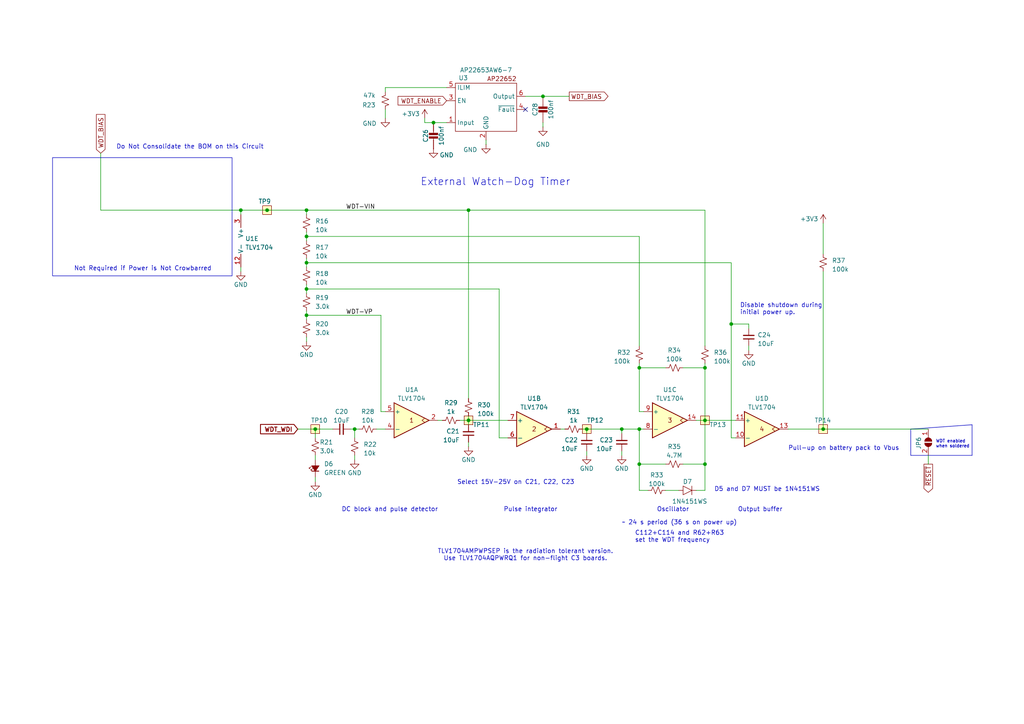
<source format=kicad_sch>
(kicad_sch (version 20250114) (generator "eeschema") (generator_version "9.0")
  (paper "A4")
  (lib_symbols
    (symbol "Adafruit ItsyBitsy RP2040-eagle-import:CAP_CERAMIC_0402NO"
      (property "Reference" "C" (at -2.29 1.25 90))
      (property "Value" "CAP_CERAMIC_0402NO" (at 2.3 1.25 90))
      (symbol "CAP_CERAMIC_0402NO_1_0"
        (rectangle (start -1.27 1.524) (end 1.27 2.032) (fill (type outline)))
        (rectangle (start -1.27 0.508) (end 1.27 1.016) (fill (type outline)))
        (polyline (pts (xy 0 2.54) (xy 0 1.778)) (stroke (width 0.1524)))
        (polyline (pts (xy 0 0.762) (xy 0 0)) (stroke (width 0.1524)))
        (pin passive line (at 0 5.08 270) (length 2.54) (name "1") (number "1"))
        (pin passive line (at 0 -2.54 90) (length 2.54) (name "2") (number "2"))
      )
    )
    (symbol "Device:C_Small" (pin_numbers (hide yes)) (pin_names (offset 0.254) (hide yes))
      (property "Reference" "C" (at 0.254 1.778 0))
      (property "Value" "C_Small" (at 0.254 -2.032 0))
      (symbol "C_Small_0_1"
        (polyline (pts (xy -1.524 0.508) (xy 1.524 0.508)) (stroke (width 0.3048)))
        (polyline (pts (xy -1.524 -0.508) (xy 1.524 -0.508)) (stroke (width 0.3302)))
      )
      (symbol "C_Small_1_1"
        (pin passive line (at 0 2.54 270) (length 2.032) (name "~") (number "1"))
        (pin passive line (at 0 -2.54 90) (length 2.032) (name "~") (number "2"))
      )
    )
    (symbol "Device:LED_Small_Filled" (pin_numbers (hide yes)) (pin_names (offset 0.254) (hide yes))
      (property "Reference" "D" (at -1.27 3.175 0))
      (property "Value" "LED_Small_Filled" (at -4.445 -2.54 0))
      (symbol "LED_Small_Filled_0_1"
        (polyline (pts (xy -0.762 -1.016) (xy -0.762 1.016)) (stroke (width 0.254)))
        (polyline (pts (xy 0 0.762) (xy -0.508 1.27) (xy -0.254 1.27) (xy -0.508 1.27) (xy -0.508 1.016)))
        (polyline (pts (xy 0.508 1.27) (xy 0 1.778) (xy 0.254 1.778) (xy 0 1.778) (xy 0 1.524)))
        (polyline (pts (xy 0.762 -1.016) (xy -0.762 0) (xy 0.762 1.016) (xy 0.762 -1.016)) (stroke (width 0.254)) (fill (type outline)))
        (polyline (pts (xy 1.016 0) (xy -0.762 0)))
      )
      (symbol "LED_Small_Filled_1_1"
        (pin passive line (at -2.54 0 0) (length 1.778) (name "K") (number "1"))
        (pin passive line (at 2.54 0 180) (length 1.778) (name "A") (number "2"))
      )
    )
    (symbol "Device:R_Small_US" (pin_numbers (hide yes)) (pin_names (offset 0.254) (hide yes))
      (property "Reference" "R" (at 0.762 0.508 0))
      (property "Value" "R_Small_US" (at 0.762 -1.016 0))
      (symbol "R_Small_US_1_1"
        (polyline (pts (xy 0 1.524) (xy 1.016 1.143) (xy 0 0.762) (xy -1.016 0.381) (xy 0 0)))
        (polyline (pts (xy 0 0) (xy 1.016 -0.381) (xy 0 -0.762) (xy -1.016 -1.143) (xy 0 -1.524)))
        (pin passive line (at 0 2.54 270) (length 1.016) (name "~") (number "1"))
        (pin passive line (at 0 -2.54 90) (length 1.016) (name "~") (number "2"))
      )
    )
    (symbol "GND_1" (power) (pin_numbers (hide yes)) (pin_names (offset 0) (hide yes))
      (property "Value" "GND" (at 0 -3.81 0))
      (symbol "GND_1_0_1"
        (polyline (pts (xy 0 0) (xy 0 -1.27) (xy 1.27 -1.27) (xy 0 -2.54) (xy -1.27 -1.27) (xy 0 -1.27)))
      )
      (symbol "GND_1_1_1"
        (pin power_in line (at 0 0 270) (length 0) (name "~") (number "1"))
      )
    )
    (symbol "Jumper:SolderJumper_2_Open" (pin_names (offset 0) (hide yes))
      (property "Reference" "JP" (at 0 2.032 0))
      (property "Value" "SolderJumper_2_Open" (at 0 -2.54 0))
      (symbol "SolderJumper_2_Open_0_1"
        (polyline (pts (xy -0.254 1.016) (xy -0.254 -1.016)))
        (arc (start -0.254 -1.016) (mid -1.2656 0) (end -0.254 1.016))
        (arc (start -0.254 -1.016) (mid -1.2656 0) (end -0.254 1.016) (fill (type outline)))
        (arc (start 0.254 1.016) (mid 1.2656 0) (end 0.254 -1.016))
        (arc (start 0.254 1.016) (mid 1.2656 0) (end 0.254 -1.016) (fill (type outline)))
        (polyline (pts (xy 0.254 1.016) (xy 0.254 -1.016)))
      )
      (symbol "SolderJumper_2_Open_1_1"
        (pin passive line (at -3.81 0 0) (length 2.54) (name "A") (number "1"))
        (pin passive line (at 3.81 0 180) (length 2.54) (name "B") (number "2"))
      )
    )
    (symbol "Power_Management:AP22652"
      (property "Reference" "U" (at -7.874 9.906 0))
      (symbol "AP22652_0_1"
        (rectangle (start -8.89 8.89) (end 8.89 -5.08))
      )
      (symbol "AP22652_1_1"
        (text "AP22652" (at 4.572 10.16 0) (effects (font (size 1.27 1.27))))
        (pin input line (at -11.43 7.62 0) (length 2.54) (name "ILIM") (number "5"))
        (pin input line (at -11.43 3.81 0) (length 2.54) (name "EN") (number "3"))
        (pin input line (at -11.43 -2.54 0) (length 2.54) (name "Input") (number "1"))
        (pin input line (at 0 -7.62 90) (length 2.54) (name "GND") (number "2"))
        (pin output line (at 11.43 5.08 180) (length 2.54) (name "Output") (number "6"))
        (pin output line (at 11.43 1.27 180) (length 2.54) (name "~{Fault}") (number "4"))
      )
    )
    (symbol "TLV1704AIPWR_1" (pin_names (offset 0.127))
      (property "Reference" "U" (at 0 5.08 0))
      (property "Value" "TLV1704AIPWR" (at 0 -5.08 0))
      (symbol "TLV1704AIPWR_1_1_1"
        (polyline (pts (xy -5.08 5.08) (xy 5.08 0) (xy -5.08 -5.08) (xy -5.08 5.08)) (stroke (width 0.254)) (fill (type background)))
        (polyline (pts (xy 3.048 0) (xy 3.81 -0.635)))
        (polyline (pts (xy 3.81 0.635) (xy 3.048 0)))
        (text "1" (at 0 0 0) (effects (font (size 1.27 1.27))))
        (pin input line (at -7.62 2.54 0) (length 2.54) (name "+") (number "5"))
        (pin input line (at -7.62 -2.54 0) (length 2.54) (name "-") (number "4"))
        (pin open_collector line (at 7.62 0 180) (length 2.54) (name "~") (number "2"))
      )
      (symbol "TLV1704AIPWR_1_2_1"
        (polyline (pts (xy -5.08 5.08) (xy 5.08 0) (xy -5.08 -5.08) (xy -5.08 5.08)) (stroke (width 0.254)) (fill (type background)))
        (polyline (pts (xy 3.048 0) (xy 3.81 -0.635)))
        (polyline (pts (xy 3.81 0.635) (xy 3.048 0)))
        (text "2" (at 0 0 0) (effects (font (size 1.27 1.27))))
        (pin input line (at -7.62 2.54 0) (length 2.54) (name "+") (number "7"))
        (pin input line (at -7.62 -2.54 0) (length 2.54) (name "-") (number "6"))
        (pin open_collector line (at 7.62 0 180) (length 2.54) (name "~") (number "1"))
      )
      (symbol "TLV1704AIPWR_1_3_1"
        (polyline (pts (xy -5.08 5.08) (xy 5.08 0) (xy -5.08 -5.08) (xy -5.08 5.08)) (stroke (width 0.254)) (fill (type background)))
        (polyline (pts (xy 3.048 0) (xy 3.81 -0.635)))
        (polyline (pts (xy 3.81 0.635) (xy 3.048 0)))
        (text "3" (at 0 0 0) (effects (font (size 1.27 1.27))))
        (pin input line (at -7.62 2.54 0) (length 2.54) (name "+") (number "9"))
        (pin input line (at -7.62 -2.54 0) (length 2.54) (name "-") (number "8"))
        (pin open_collector line (at 7.62 0 180) (length 2.54) (name "~") (number "14"))
      )
      (symbol "TLV1704AIPWR_1_4_1"
        (polyline (pts (xy -5.08 5.08) (xy 5.08 0) (xy -5.08 -5.08) (xy -5.08 5.08)) (stroke (width 0.254)) (fill (type background)))
        (polyline (pts (xy 3.048 0) (xy 3.81 -0.635)))
        (polyline (pts (xy 3.81 0.635) (xy 3.048 0)))
        (text "4" (at 0 0 0) (effects (font (size 1.27 1.27))))
        (pin input line (at -7.62 2.54 0) (length 2.54) (name "+") (number "11"))
        (pin input line (at -7.62 -2.54 0) (length 2.54) (name "-") (number "10"))
        (pin open_collector line (at 7.62 0 180) (length 2.54) (name "~") (number "13"))
      )
      (symbol "TLV1704AIPWR_1_5_1"
        (pin power_in line (at -2.54 7.62 270) (length 3.81) (name "V+") (number "3"))
        (pin power_in line (at -2.54 -7.62 90) (length 3.81) (name "V-") (number "12"))
      )
    )
    (symbol "TLV1704AIPWR_2" (pin_names (offset 0.127))
      (property "Reference" "U" (at 0 5.08 0))
      (property "Value" "TLV1704AIPWR" (at 0 -5.08 0))
      (symbol "TLV1704AIPWR_2_1_1"
        (polyline (pts (xy -5.08 5.08) (xy 5.08 0) (xy -5.08 -5.08) (xy -5.08 5.08)) (stroke (width 0.254)) (fill (type background)))
        (polyline (pts (xy 3.048 0) (xy 3.81 -0.635)))
        (polyline (pts (xy 3.81 0.635) (xy 3.048 0)))
        (text "1" (at 0 0 0) (effects (font (size 1.27 1.27))))
        (pin input line (at -7.62 2.54 0) (length 2.54) (name "+") (number "5"))
        (pin input line (at -7.62 -2.54 0) (length 2.54) (name "-") (number "4"))
        (pin open_collector line (at 7.62 0 180) (length 2.54) (name "~") (number "2"))
      )
      (symbol "TLV1704AIPWR_2_2_1"
        (polyline (pts (xy -5.08 5.08) (xy 5.08 0) (xy -5.08 -5.08) (xy -5.08 5.08)) (stroke (width 0.254)) (fill (type background)))
        (polyline (pts (xy 3.048 0) (xy 3.81 -0.635)))
        (polyline (pts (xy 3.81 0.635) (xy 3.048 0)))
        (text "2" (at 0 0 0) (effects (font (size 1.27 1.27))))
        (pin input line (at -7.62 2.54 0) (length 2.54) (name "+") (number "7"))
        (pin input line (at -7.62 -2.54 0) (length 2.54) (name "-") (number "6"))
        (pin open_collector line (at 7.62 0 180) (length 2.54) (name "~") (number "1"))
      )
      (symbol "TLV1704AIPWR_2_3_1"
        (polyline (pts (xy -5.08 5.08) (xy 5.08 0) (xy -5.08 -5.08) (xy -5.08 5.08)) (stroke (width 0.254)) (fill (type background)))
        (polyline (pts (xy 3.048 0) (xy 3.81 -0.635)))
        (polyline (pts (xy 3.81 0.635) (xy 3.048 0)))
        (text "3" (at 0 0 0) (effects (font (size 1.27 1.27))))
        (pin input line (at -7.62 2.54 0) (length 2.54) (name "+") (number "9"))
        (pin input line (at -7.62 -2.54 0) (length 2.54) (name "-") (number "8"))
        (pin open_collector line (at 7.62 0 180) (length 2.54) (name "~") (number "14"))
      )
      (symbol "TLV1704AIPWR_2_4_1"
        (polyline (pts (xy -5.08 5.08) (xy 5.08 0) (xy -5.08 -5.08) (xy -5.08 5.08)) (stroke (width 0.254)) (fill (type background)))
        (polyline (pts (xy 3.048 0) (xy 3.81 -0.635)))
        (polyline (pts (xy 3.81 0.635) (xy 3.048 0)))
        (text "4" (at 0 0 0) (effects (font (size 1.27 1.27))))
        (pin input line (at -7.62 2.54 0) (length 2.54) (name "+") (number "11"))
        (pin input line (at -7.62 -2.54 0) (length 2.54) (name "-") (number "10"))
        (pin open_collector line (at 7.62 0 180) (length 2.54) (name "~") (number "13"))
      )
      (symbol "TLV1704AIPWR_2_5_1"
        (pin power_in line (at -2.54 7.62 270) (length 3.81) (name "V+") (number "3"))
        (pin power_in line (at -2.54 -7.62 90) (length 3.81) (name "V-") (number "12"))
      )
    )
    (symbol "TLV1704AIPWR_3" (pin_names (offset 0.127))
      (property "Reference" "U" (at 0 5.08 0))
      (property "Value" "TLV1704AIPWR" (at 0 -5.08 0))
      (symbol "TLV1704AIPWR_3_1_1"
        (polyline (pts (xy -5.08 5.08) (xy 5.08 0) (xy -5.08 -5.08) (xy -5.08 5.08)) (stroke (width 0.254)) (fill (type background)))
        (polyline (pts (xy 3.048 0) (xy 3.81 -0.635)))
        (polyline (pts (xy 3.81 0.635) (xy 3.048 0)))
        (text "1" (at 0 0 0) (effects (font (size 1.27 1.27))))
        (pin input line (at -7.62 2.54 0) (length 2.54) (name "+") (number "5"))
        (pin input line (at -7.62 -2.54 0) (length 2.54) (name "-") (number "4"))
        (pin open_collector line (at 7.62 0 180) (length 2.54) (name "~") (number "2"))
      )
      (symbol "TLV1704AIPWR_3_2_1"
        (polyline (pts (xy -5.08 5.08) (xy 5.08 0) (xy -5.08 -5.08) (xy -5.08 5.08)) (stroke (width 0.254)) (fill (type background)))
        (polyline (pts (xy 3.048 0) (xy 3.81 -0.635)))
        (polyline (pts (xy 3.81 0.635) (xy 3.048 0)))
        (text "2" (at 0 0 0) (effects (font (size 1.27 1.27))))
        (pin input line (at -7.62 2.54 0) (length 2.54) (name "+") (number "7"))
        (pin input line (at -7.62 -2.54 0) (length 2.54) (name "-") (number "6"))
        (pin open_collector line (at 7.62 0 180) (length 2.54) (name "~") (number "1"))
      )
      (symbol "TLV1704AIPWR_3_3_1"
        (polyline (pts (xy -5.08 5.08) (xy 5.08 0) (xy -5.08 -5.08) (xy -5.08 5.08)) (stroke (width 0.254)) (fill (type background)))
        (polyline (pts (xy 3.048 0) (xy 3.81 -0.635)))
        (polyline (pts (xy 3.81 0.635) (xy 3.048 0)))
        (text "3" (at 0 0 0) (effects (font (size 1.27 1.27))))
        (pin input line (at -7.62 2.54 0) (length 2.54) (name "+") (number "9"))
        (pin input line (at -7.62 -2.54 0) (length 2.54) (name "-") (number "8"))
        (pin open_collector line (at 7.62 0 180) (length 2.54) (name "~") (number "14"))
      )
      (symbol "TLV1704AIPWR_3_4_1"
        (polyline (pts (xy -5.08 5.08) (xy 5.08 0) (xy -5.08 -5.08) (xy -5.08 5.08)) (stroke (width 0.254)) (fill (type background)))
        (polyline (pts (xy 3.048 0) (xy 3.81 -0.635)))
        (polyline (pts (xy 3.81 0.635) (xy 3.048 0)))
        (text "4" (at 0 0 0) (effects (font (size 1.27 1.27))))
        (pin input line (at -7.62 2.54 0) (length 2.54) (name "+") (number "11"))
        (pin input line (at -7.62 -2.54 0) (length 2.54) (name "-") (number "10"))
        (pin open_collector line (at 7.62 0 180) (length 2.54) (name "~") (number "13"))
      )
      (symbol "TLV1704AIPWR_3_5_1"
        (pin power_in line (at -2.54 7.62 270) (length 3.81) (name "V+") (number "3"))
        (pin power_in line (at -2.54 -7.62 90) (length 3.81) (name "V-") (number "12"))
      )
    )
    (symbol "TLV1704AIPWR_4" (pin_names (offset 0.127))
      (property "Reference" "U" (at 0 5.08 0))
      (property "Value" "TLV1704AIPWR" (at 0 -5.08 0))
      (symbol "TLV1704AIPWR_4_1_1"
        (polyline (pts (xy -5.08 5.08) (xy 5.08 0) (xy -5.08 -5.08) (xy -5.08 5.08)) (stroke (width 0.254)) (fill (type background)))
        (polyline (pts (xy 3.048 0) (xy 3.81 -0.635)))
        (polyline (pts (xy 3.81 0.635) (xy 3.048 0)))
        (text "1" (at 0 0 0) (effects (font (size 1.27 1.27))))
        (pin input line (at -7.62 2.54 0) (length 2.54) (name "+") (number "5"))
        (pin input line (at -7.62 -2.54 0) (length 2.54) (name "-") (number "4"))
        (pin open_collector line (at 7.62 0 180) (length 2.54) (name "~") (number "2"))
      )
      (symbol "TLV1704AIPWR_4_2_1"
        (polyline (pts (xy -5.08 5.08) (xy 5.08 0) (xy -5.08 -5.08) (xy -5.08 5.08)) (stroke (width 0.254)) (fill (type background)))
        (polyline (pts (xy 3.048 0) (xy 3.81 -0.635)))
        (polyline (pts (xy 3.81 0.635) (xy 3.048 0)))
        (text "2" (at 0 0 0) (effects (font (size 1.27 1.27))))
        (pin input line (at -7.62 2.54 0) (length 2.54) (name "+") (number "7"))
        (pin input line (at -7.62 -2.54 0) (length 2.54) (name "-") (number "6"))
        (pin open_collector line (at 7.62 0 180) (length 2.54) (name "~") (number "1"))
      )
      (symbol "TLV1704AIPWR_4_3_1"
        (polyline (pts (xy -5.08 5.08) (xy 5.08 0) (xy -5.08 -5.08) (xy -5.08 5.08)) (stroke (width 0.254)) (fill (type background)))
        (polyline (pts (xy 3.048 0) (xy 3.81 -0.635)))
        (polyline (pts (xy 3.81 0.635) (xy 3.048 0)))
        (text "3" (at 0 0 0) (effects (font (size 1.27 1.27))))
        (pin input line (at -7.62 2.54 0) (length 2.54) (name "+") (number "9"))
        (pin input line (at -7.62 -2.54 0) (length 2.54) (name "-") (number "8"))
        (pin open_collector line (at 7.62 0 180) (length 2.54) (name "~") (number "14"))
      )
      (symbol "TLV1704AIPWR_4_4_1"
        (polyline (pts (xy -5.08 5.08) (xy 5.08 0) (xy -5.08 -5.08) (xy -5.08 5.08)) (stroke (width 0.254)) (fill (type background)))
        (polyline (pts (xy 3.048 0) (xy 3.81 -0.635)))
        (polyline (pts (xy 3.81 0.635) (xy 3.048 0)))
        (text "4" (at 0 0 0) (effects (font (size 1.27 1.27))))
        (pin input line (at -7.62 2.54 0) (length 2.54) (name "+") (number "11"))
        (pin input line (at -7.62 -2.54 0) (length 2.54) (name "-") (number "10"))
        (pin open_collector line (at 7.62 0 180) (length 2.54) (name "~") (number "13"))
      )
      (symbol "TLV1704AIPWR_4_5_1"
        (pin power_in line (at -2.54 7.62 270) (length 3.81) (name "V+") (number "3"))
        (pin power_in line (at -2.54 -7.62 90) (length 3.81) (name "V-") (number "12"))
      )
    )
    (symbol "oresat-diodes:1N4151WS-HE3" (pin_numbers (hide yes)) (pin_names (offset 0) (hide yes))
      (property "Reference" "D" (at 0 2.54 0))
      (property "Value" "1N4151WS" (at 0 -2.54 0))
      (symbol "1N4151WS-HE3_0_1"
        (polyline (pts (xy 1.27 0) (xy 1.27 1.27) (xy 1.27 -1.27) (xy 1.27 0) (xy -1.27 1.27) (xy -1.27 -1.27) (xy 1.27 0)))
      )
      (symbol "1N4151WS-HE3_1_1"
        (pin passive line (at -2.54 0 0) (length 1.27) (name "2") (number "2"))
        (pin passive line (at 2.54 0 180) (length 1.27) (name "1") (number "1"))
      )
    )
    (symbol "oresat-ics:TLV1704AIPWR" (pin_names (offset 0.127))
      (property "Reference" "U" (at 0 5.08 0))
      (property "Value" "TLV1704AIPWR" (at 0 -5.08 0))
      (symbol "TLV1704AIPWR_1_1"
        (polyline (pts (xy -5.08 5.08) (xy 5.08 0) (xy -5.08 -5.08) (xy -5.08 5.08)) (stroke (width 0.254)) (fill (type background)))
        (polyline (pts (xy 3.048 0) (xy 3.81 -0.635)))
        (polyline (pts (xy 3.81 0.635) (xy 3.048 0)))
        (text "1" (at 0 0 0) (effects (font (size 1.27 1.27))))
        (pin input line (at -7.62 2.54 0) (length 2.54) (name "+") (number "5"))
        (pin input line (at -7.62 -2.54 0) (length 2.54) (name "-") (number "4"))
        (pin open_collector line (at 7.62 0 180) (length 2.54) (name "~") (number "2"))
      )
      (symbol "TLV1704AIPWR_2_1"
        (polyline (pts (xy -5.08 5.08) (xy 5.08 0) (xy -5.08 -5.08) (xy -5.08 5.08)) (stroke (width 0.254)) (fill (type background)))
        (polyline (pts (xy 3.048 0) (xy 3.81 -0.635)))
        (polyline (pts (xy 3.81 0.635) (xy 3.048 0)))
        (text "2" (at 0 0 0) (effects (font (size 1.27 1.27))))
        (pin input line (at -7.62 2.54 0) (length 2.54) (name "+") (number "7"))
        (pin input line (at -7.62 -2.54 0) (length 2.54) (name "-") (number "6"))
        (pin open_collector line (at 7.62 0 180) (length 2.54) (name "~") (number "1"))
      )
      (symbol "TLV1704AIPWR_3_1"
        (polyline (pts (xy -5.08 5.08) (xy 5.08 0) (xy -5.08 -5.08) (xy -5.08 5.08)) (stroke (width 0.254)) (fill (type background)))
        (polyline (pts (xy 3.048 0) (xy 3.81 -0.635)))
        (polyline (pts (xy 3.81 0.635) (xy 3.048 0)))
        (text "3" (at 0 0 0) (effects (font (size 1.27 1.27))))
        (pin input line (at -7.62 2.54 0) (length 2.54) (name "+") (number "9"))
        (pin input line (at -7.62 -2.54 0) (length 2.54) (name "-") (number "8"))
        (pin open_collector line (at 7.62 0 180) (length 2.54) (name "~") (number "14"))
      )
      (symbol "TLV1704AIPWR_4_1"
        (polyline (pts (xy -5.08 5.08) (xy 5.08 0) (xy -5.08 -5.08) (xy -5.08 5.08)) (stroke (width 0.254)) (fill (type background)))
        (polyline (pts (xy 3.048 0) (xy 3.81 -0.635)))
        (polyline (pts (xy 3.81 0.635) (xy 3.048 0)))
        (text "4" (at 0 0 0) (effects (font (size 1.27 1.27))))
        (pin input line (at -7.62 2.54 0) (length 2.54) (name "+") (number "11"))
        (pin input line (at -7.62 -2.54 0) (length 2.54) (name "-") (number "10"))
        (pin open_collector line (at 7.62 0 180) (length 2.54) (name "~") (number "13"))
      )
      (symbol "TLV1704AIPWR_5_1"
        (pin power_in line (at -2.54 7.62 270) (length 3.81) (name "V+") (number "3"))
        (pin power_in line (at -2.54 -7.62 90) (length 3.81) (name "V-") (number "12"))
      )
    )
    (symbol "oresat-misc:Test-Point-0.75mm-th" (exclude_from_sim yes) (in_bom no)
      (property "Reference" "TP" (at 0 2.54 0))
      (symbol "Test-Point-0.75mm-th_1_0"
        (pin passive line (at 0 0 0) (length 0) (name "1") (number "1"))
      )
      (symbol "Test-Point-0.75mm-th_1_1"
        (rectangle (start -1.27 1.27) (end 1.27 -1.27) (fill (type background)))
      )
    )
    (symbol "power:+3V3" (power) (pin_numbers (hide yes)) (pin_names (offset 0) (hide yes))
      (property "Value" "+3V3" (at 0 3.556 0))
      (symbol "+3V3_0_1"
        (polyline (pts (xy -0.762 1.27) (xy 0 2.54)))
        (polyline (pts (xy 0 2.54) (xy 0.762 1.27)))
        (polyline (pts (xy 0 0) (xy 0 2.54)))
      )
      (symbol "+3V3_1_1"
        (pin power_in line (at 0 0 90) (length 0) (name "~") (number "1"))
      )
    )
    (symbol "power:GND" (power) (pin_names (offset 0))
      (property "Value" "GND" (at 0 -3.81 0))
      (symbol "GND_0_1"
        (polyline (pts (xy 0 0) (xy 0 -1.27) (xy 1.27 -1.27) (xy 0 -2.54) (xy -1.27 -1.27) (xy 0 -1.27)))
      )
      (symbol "GND_1_1"
        (pin power_in line (at 0 0 270) (length 0) (hide yes) (name "GND") (number "1"))
      )
    )
  )
  (rectangle (start 15.24 45.72) (end 67.31 80.01))
  (text "Pull-up on battery pack to Vbus" (at 228.6 130.81 0) (effects (font (size 1.27 1.27)) (justify left bottom)))
  (text "Do Not Consolidate the BOM on this Circuit" (at 55.118 42.672 0) (effects (font (size 1.27 1.27))))
  (text "Pulse integrator" (at 146.05 148.59 0) (effects (font (size 1.27 1.27)) (justify left bottom)))
  (text "Disable shutdown during\ninitial power up." (at 214.63 91.44 0) (effects (font (size 1.27 1.27)) (justify left bottom)))
  (text "~ 24 s period (36 s on power up)" (at 180.34 152.4 0) (effects (font (size 1.27 1.27)) (justify left bottom)))
  (text "D5 and D7 MUST be 1N4151WS" (at 222.504 141.986 0) (effects (font (size 1.27 1.27))))
  (text "C112+C114 and R62+R63 \nset the WDT frequency" (at 184.15 157.48 0) (effects (font (size 1.27 1.27)) (justify left bottom)))
  (text "TLV1704AMPWPSEP is the radiation tolerant version.\nUse TLV1704AQPWRQ1 for non-flight C3 boards." (at 152.4 161.036 0) (effects (font (size 1.27 1.27))))
  (text "Select 15V-25V on C21, C22, C23" (at 149.606 139.954 0) (effects (font (size 1.27 1.27))))
  (text "DC block and pulse detector" (at 99.06 148.59 0) (effects (font (size 1.27 1.27)) (justify left bottom)))
  (text "Oscillator" (at 190.5 148.59 0) (effects (font (size 1.27 1.27)) (justify left bottom)))
  (text "Output buffer" (at 213.995 148.59 0) (effects (font (size 1.27 1.27)) (justify left bottom)))
  (text "WDT enabled\nwhen soldered" (at 271.399 130.048 0) (effects (font (size 0.889 0.889)) (justify left bottom)))
  (text "External Watch-Dog Timer" (at 121.92 54.102 0) (effects (font (size 2.159 2.159)) (justify left bottom)))
  (text "Not Required if Power is Not Crowbarred " (at 41.91 77.978 0) (effects (font (size 1.27 1.27))))
  (junction (at 88.9 60.96))
  (junction (at 185.42 134.62))
  (junction (at 102.87 124.46))
  (junction (at 204.47 121.92))
  (junction (at 185.42 124.46))
  (junction (at 88.9 91.44))
  (junction (at 185.42 106.68))
  (junction (at 125.73 35.56))
  (junction (at 77.47 60.96))
  (junction (at 88.9 76.2))
  (junction (at 88.9 68.58))
  (junction (at 135.89 60.96))
  (junction (at 204.47 106.68))
  (junction (at 135.89 121.92))
  (junction (at 204.47 134.62))
  (junction (at 88.9 83.82))
  (junction (at 91.44 124.46))
  (junction (at 157.48 27.94))
  (junction (at 69.85 60.96))
  (junction (at 238.76 124.46))
  (junction (at 212.09 93.98))
  (junction (at 170.18 124.46))
  (junction (at 180.34 124.46))
  (no_connect (at 152.4 31.75))
  (wire (pts (xy 180.34 125.73) (xy 180.34 124.46)))
  (wire (pts (xy 238.76 78.74) (xy 238.76 124.46)))
  (wire (pts (xy 185.42 105.41) (xy 185.42 106.68)))
  (wire (pts (xy 217.17 101.6) (xy 217.17 100.33)))
  (wire (pts (xy 238.76 64.77) (xy 238.76 73.66)))
  (wire (pts (xy 135.89 121.92) (xy 135.89 123.19)))
  (wire (pts (xy 198.12 106.68) (xy 204.47 106.68)))
  (wire (pts (xy 212.09 93.98) (xy 212.09 127)))
  (wire (pts (xy 157.48 27.94) (xy 165.1 27.94)))
  (wire (pts (xy 91.44 127) (xy 91.44 124.46)))
  (wire (pts (xy 185.42 124.46) (xy 186.69 124.46)))
  (wire (pts (xy 204.47 105.41) (xy 204.47 106.68)))
  (wire (pts (xy 144.78 127) (xy 147.32 127)))
  (wire (pts (xy 186.69 119.38) (xy 185.42 119.38)))
  (wire (pts (xy 140.97 40.64) (xy 140.97 41.91)))
  (wire (pts (xy 102.87 132.08) (xy 102.87 133.35)))
  (wire (pts (xy 88.9 97.79) (xy 88.9 99.06)))
  (wire (pts (xy 88.9 83.82) (xy 144.78 83.82)))
  (polyline (pts (xy 281.94 123.19) (xy 281.94 132.08)))
  (wire (pts (xy 88.9 90.17) (xy 88.9 91.44)))
  (wire (pts (xy 162.56 124.46) (xy 163.83 124.46)))
  (wire (pts (xy 133.35 121.92) (xy 135.89 121.92)))
  (wire (pts (xy 88.9 83.82) (xy 88.9 85.09)))
  (wire (pts (xy 204.47 100.33) (xy 204.47 60.96)))
  (polyline (pts (xy 264.16 124.46) (xy 281.94 123.19)))
  (wire (pts (xy 168.91 124.46) (xy 170.18 124.46)))
  (wire (pts (xy 238.76 124.46) (xy 269.24 124.46)))
  (wire (pts (xy 111.76 25.4) (xy 111.76 26.67)))
  (wire (pts (xy 135.89 60.96) (xy 204.47 60.96)))
  (wire (pts (xy 204.47 134.62) (xy 204.47 121.92)))
  (wire (pts (xy 170.18 124.46) (xy 170.18 125.73)))
  (wire (pts (xy 217.17 95.25) (xy 217.17 93.98)))
  (wire (pts (xy 269.24 132.08) (xy 269.24 134.62)))
  (wire (pts (xy 204.47 106.68) (xy 204.47 121.92)))
  (wire (pts (xy 185.42 142.24) (xy 187.96 142.24)))
  (wire (pts (xy 135.89 129.54) (xy 135.89 128.27)))
  (wire (pts (xy 91.44 132.08) (xy 91.44 133.35)))
  (wire (pts (xy 111.76 31.75) (xy 111.76 34.29)))
  (wire (pts (xy 110.49 91.44) (xy 110.49 119.38)))
  (wire (pts (xy 88.9 76.2) (xy 212.09 76.2)))
  (wire (pts (xy 135.89 60.96) (xy 88.9 60.96)))
  (wire (pts (xy 135.89 121.92) (xy 147.32 121.92)))
  (wire (pts (xy 193.04 134.62) (xy 185.42 134.62)))
  (wire (pts (xy 102.87 124.46) (xy 104.14 124.46)))
  (wire (pts (xy 88.9 91.44) (xy 88.9 92.71)))
  (wire (pts (xy 129.54 25.4) (xy 111.76 25.4)))
  (wire (pts (xy 86.36 124.46) (xy 91.44 124.46)))
  (wire (pts (xy 88.9 74.93) (xy 88.9 76.2)))
  (wire (pts (xy 185.42 119.38) (xy 185.42 106.68)))
  (wire (pts (xy 69.85 78.74) (xy 69.85 77.47)))
  (wire (pts (xy 204.47 142.24) (xy 204.47 134.62)))
  (wire (pts (xy 88.9 91.44) (xy 110.49 91.44)))
  (wire (pts (xy 185.42 134.62) (xy 185.42 124.46)))
  (wire (pts (xy 127 121.92) (xy 128.27 121.92)))
  (wire (pts (xy 123.19 35.56) (xy 125.73 35.56)))
  (wire (pts (xy 29.21 44.45) (xy 29.21 60.96)))
  (wire (pts (xy 88.9 68.58) (xy 185.42 68.58)))
  (wire (pts (xy 157.48 35.56) (xy 157.48 36.83)))
  (wire (pts (xy 170.18 124.46) (xy 180.34 124.46)))
  (wire (pts (xy 198.12 134.62) (xy 204.47 134.62)))
  (wire (pts (xy 110.49 119.38) (xy 111.76 119.38)))
  (wire (pts (xy 212.09 127) (xy 213.36 127)))
  (wire (pts (xy 88.9 67.31) (xy 88.9 68.58)))
  (wire (pts (xy 101.6 124.46) (xy 102.87 124.46)))
  (wire (pts (xy 185.42 142.24) (xy 185.42 134.62)))
  (wire (pts (xy 123.19 34.29) (xy 123.19 35.56)))
  (wire (pts (xy 204.47 121.92) (xy 213.36 121.92)))
  (wire (pts (xy 193.04 142.24) (xy 196.85 142.24)))
  (wire (pts (xy 69.85 60.96) (xy 77.47 60.96)))
  (wire (pts (xy 185.42 100.33) (xy 185.42 68.58)))
  (polyline (pts (xy 281.94 132.08) (xy 264.16 132.08)))
  (wire (pts (xy 212.09 93.98) (xy 217.17 93.98)))
  (polyline (pts (xy 264.16 132.08) (xy 264.16 124.46)))
  (wire (pts (xy 88.9 82.55) (xy 88.9 83.82)))
  (wire (pts (xy 77.47 60.96) (xy 88.9 60.96)))
  (wire (pts (xy 228.6 124.46) (xy 238.76 124.46)))
  (wire (pts (xy 180.34 124.46) (xy 185.42 124.46)))
  (wire (pts (xy 212.09 76.2) (xy 212.09 93.98)))
  (wire (pts (xy 88.9 76.2) (xy 88.9 77.47)))
  (wire (pts (xy 152.4 27.94) (xy 157.48 27.94)))
  (wire (pts (xy 69.85 62.23) (xy 69.85 60.96)))
  (wire (pts (xy 170.18 132.08) (xy 170.18 130.81)))
  (wire (pts (xy 88.9 62.23) (xy 88.9 60.96)))
  (wire (pts (xy 180.34 132.08) (xy 180.34 130.81)))
  (wire (pts (xy 135.89 121.92) (xy 135.89 120.65)))
  (wire (pts (xy 91.44 139.7) (xy 91.44 138.43)))
  (wire (pts (xy 135.89 60.96) (xy 135.89 115.57)))
  (wire (pts (xy 88.9 68.58) (xy 88.9 69.85)))
  (wire (pts (xy 185.42 106.68) (xy 193.04 106.68)))
  (wire (pts (xy 201.93 142.24) (xy 204.47 142.24)))
  (wire (pts (xy 102.87 124.46) (xy 102.87 127)))
  (wire (pts (xy 201.93 121.92) (xy 204.47 121.92)))
  (wire (pts (xy 91.44 124.46) (xy 96.52 124.46)))
  (wire (pts (xy 109.22 124.46) (xy 111.76 124.46)))
  (wire (pts (xy 144.78 83.82) (xy 144.78 127)))
  (wire (pts (xy 125.73 35.56) (xy 129.54 35.56)))
  (wire (pts (xy 29.21 60.96) (xy 69.85 60.96)))
  (label "WDT-VIN" (at 100.33 60.96 0))
  (label "WDT-VP" (at 100.33 91.44 0))
  (global_label "~{RESET}" (shape output) (at 269.24 134.62 270) (property "Intersheetrefs" "${INTERSHEET_REFS}" (effects (hide yes))))
  (global_label "WDT_BIAS" (shape input) (at 29.21 44.45 90) (property "Intersheetrefs" "${INTERSHEET_REFS}" (effects (hide yes))))
  (global_label "WDT_WDI" (shape input) (at 86.36 124.46 180) (effects (font (thickness 0.254) (bold yes))) (property "Intersheetrefs" "${INTERSHEET_REFS}" (effects (hide yes))))
  (global_label "WDT_ENABLE" (shape input) (at 129.54 29.21 180) (property "Intersheetrefs" "${INTERSHEET_REFS}" (effects (hide yes))))
  (global_label "WDT_BIAS" (shape output) (at 165.1 27.94 0) (property "Intersheetrefs" "${INTERSHEET_REFS}" (effects (hide yes))))
  (symbol (lib_id "oresat-ics:TLV1704AIPWR") (at 72.39 69.85 0) (unit 5)
    (property "Reference" "U1" (at 71.12 69.215 0) (effects (justify left)))
    (property "Value" "TLV1704" (at 71.12 71.755 0) (effects (justify left)))
    (property "Footprint" "Package_SO:TSSOP-14_4.4x5mm_P0.65mm" (effects (hide yes)))
    (property "Datasheet" "https://www.ti.com/lit/ds/symlink/tlv1704-sep.pdf" (effects (hide yes)))
    (property "Description" "Analog Comparators 2.2-V to 36-V, radiation tolerant microPower quad comparator in space enhanced plastic 14-TSSOP -55 to 125" (effects (hide yes)))
    (property "MFR" "Texas Instruments" (effects (hide yes)))
    (property "MPN" "TLV1704AQPWRQ1" (effects (hide yes)))
    (property "DST" "Digi-Key" (effects (hide yes)))
    (property "DPN" "296-43799-2-ND" (effects (hide yes)))
  )
  (symbol (lib_name "GND_1") (lib_id "power:GND") (at 125.73 43.18 0) (unit 1)
    (property "Reference" "#PWR063" (effects (hide yes)))
    (property "Value" "GND" (at 129.54 44.958 0))
    (property "Description" "Power symbol creates a global label with name \"GND\" , ground" (effects (hide yes)))
  )
  (symbol (lib_id "power:GND") (at 217.17 101.6 0) (mirror y) (unit 1)
    (property "Reference" "#PWR087" (effects (hide yes)))
    (property "Value" "GND" (at 217.17 105.41 0))
    (property "Description" "Power symbol creates a global label with name \"GND\" , ground" (effects (hide yes)))
  )
  (symbol (lib_id "Device:R_Small_US") (at 91.44 129.54 0) (unit 1)
    (property "Reference" "R21" (at 92.71 128.27 0) (effects (justify left)))
    (property "Value" "3.0k" (at 92.71 130.81 0) (effects (justify left)))
    (property "Footprint" "Resistor_SMD:R_0603_1608Metric" (effects (hide yes)))
    (property "Description" "3 kOhms ±1% 0.1W, 1/10W Chip Resistor 0603 (1608 Metric) Automotive AEC-Q200 Thick Film" (effects (hide yes)))
    (property "DPN" "RMCF0603FT3K00CT-ND" (effects (hide yes)))
    (property "DST" "Digi-Key" (effects (hide yes)))
    (property "MFR" "Stackpole Electronics Inc" (effects (hide yes)))
    (property "MPN" "RMCF0603FT3K00" (effects (hide yes)))
  )
  (symbol (lib_id "Device:R_Small_US") (at 135.89 118.11 0) (unit 1)
    (property "Reference" "R30" (at 138.43 117.475 0) (effects (justify left)))
    (property "Value" "100k" (at 138.43 120.015 0) (effects (justify left)))
    (property "Footprint" "Resistor_SMD:R_0603_1608Metric" (effects (hide yes)))
    (property "Description" "100 kOhms ±5% 0.1W, 1/10W Chip Resistor 0603 (1608 Metric) Automotive AEC-Q200 Thick Film" (effects (hide yes)))
    (property "DPN" "RMCF0603FT100KCT-ND" (effects (hide yes)))
    (property "DST" "Digi-Key" (effects (hide yes)))
    (property "MFR" "Stackpole Electronics Inc" (effects (hide yes)))
    (property "MPN" "RMCF0603FT100K" (effects (hide yes)))
  )
  (symbol (lib_id "oresat-misc:Test-Point-0.75mm-th") (at 91.44 124.46 0) (unit 1) (exclude_from_sim yes) (in_bom no)
    (property "Reference" "TP10" (at 90.17 121.92 0) (effects (justify left)))
    (property "Value" "TestPoint-MinTH" (effects (hide yes)))
    (property "Footprint" "oresat-misc:TestPoint-0.75mm-th" (effects (hide yes)))
    (property "Description" "0.75 mm TH test point; good for scope probes and jumpers" (effects (hide yes)))
  )
  (symbol (lib_id "power:GND") (at 180.34 132.08 0) (mirror y) (unit 1)
    (property "Reference" "#PWR084" (effects (hide yes)))
    (property "Value" "GND" (at 180.34 135.89 0))
    (property "Description" "Power symbol creates a global label with name \"GND\" , ground" (effects (hide yes)))
  )
  (symbol (lib_id "Adafruit ItsyBitsy RP2040-eagle-import:CAP_CERAMIC_0402NO") (at 125.73 40.64 0) (unit 1)
    (property "Reference" "C26" (at 123.44 39.39 90))
    (property "Value" "100nf" (at 128.03 39.39 90))
    (property "Footprint" "Capacitor_SMD:C_0402_1005Metric" (effects (hide yes)))
  )
  (symbol (lib_id "Adafruit ItsyBitsy RP2040-eagle-import:CAP_CERAMIC_0402NO") (at 157.48 33.02 0) (unit 1)
    (property "Reference" "C28" (at 155.19 31.77 90))
    (property "Value" "100nf" (at 159.78 31.77 90))
    (property "Footprint" "Capacitor_SMD:C_0402_1005Metric" (effects (hide yes)))
  )
  (symbol (lib_name "TLV1704AIPWR_3") (lib_id "oresat-ics:TLV1704AIPWR") (at 220.98 124.46 0) (unit 4)
    (property "Reference" "U1" (at 220.98 115.57 0))
    (property "Value" "TLV1704" (at 220.98 118.11 0))
    (property "Footprint" "Package_SO:TSSOP-14_4.4x5mm_P0.65mm" (effects (hide yes)))
    (property "Datasheet" "https://www.ti.com/lit/ds/symlink/tlv1704-sep.pdf" (effects (hide yes)))
    (property "Description" "Analog Comparators 2.2-V to 36-V, radiation tolerant microPower quad comparator in space enhanced plastic 14-TSSOP -55 to 125" (effects (hide yes)))
    (property "MFR" "Texas Instruments" (effects (hide yes)))
    (property "MPN" "TLV1704AQPWRQ1" (effects (hide yes)))
    (property "DST" "Digi-Key" (effects (hide yes)))
    (property "DPN" "296-43799-2-ND" (effects (hide yes)))
  )
  (symbol (lib_id "Device:R_Small_US") (at 88.9 87.63 0) (unit 1)
    (property "Reference" "R19" (at 91.44 86.36 0) (effects (justify left)))
    (property "Value" "3.0k" (at 91.44 88.9 0) (effects (justify left)))
    (property "Footprint" "Resistor_SMD:R_0603_1608Metric" (effects (hide yes)))
    (property "Description" "3 kOhms ±1% 0.1W, 1/10W Chip Resistor 0603 (1608 Metric) Automotive AEC-Q200 Thick Film" (effects (hide yes)))
    (property "DPN" "RMCF0603FT3K00CT-ND" (effects (hide yes)))
    (property "DST" "Digi-Key" (effects (hide yes)))
    (property "MFR" "Stackpole Electronics Inc" (effects (hide yes)))
    (property "MPN" "RMCF0603FT3K00" (effects (hide yes)))
  )
  (symbol (lib_id "Device:R_Small_US") (at 88.9 72.39 0) (unit 1)
    (property "Reference" "R17" (at 91.44 71.755 0) (effects (justify left)))
    (property "Value" "10k" (at 91.44 74.295 0) (effects (justify left)))
    (property "Footprint" "Resistor_SMD:R_0603_1608Metric" (effects (hide yes)))
    (property "Description" "10 kOhms ±1% 0.1W, 1/10W Chip Resistor 0603 (1608 Metric) Automotive AEC-Q200 Thick Film" (effects (hide yes)))
    (property "DPN" "RMCF0603FT10K0CT-ND" (effects (hide yes)))
    (property "DST" "Digi-Key" (effects (hide yes)))
    (property "MFR" "Stackpole Electronics Inc" (effects (hide yes)))
    (property "MPN" "RMCF0603FT10K0" (effects (hide yes)))
  )
  (symbol (lib_id "Device:C_Small") (at 99.06 124.46 90) (unit 1)
    (property "Reference" "C20" (at 99.0663 119.38 90))
    (property "Value" "10uF" (at 99.0663 121.92 90))
    (property "Footprint" "Capacitor_SMD:C_0603_1608Metric" (effects (hide yes)))
    (property "Description" "10 µF ±10% 16V Ceramic Capacitor X5R 0603 (1608 Metric)" (effects (hide yes)))
    (property "DPN" "490-12317-1-ND" (effects (hide yes)))
    (property "DST" "Digi-Key" (effects (hide yes)))
    (property "MFR" "Murata" (effects (hide yes)))
    (property "MPN" "GRT188R61C106KE13D" (effects (hide yes)))
  )
  (symbol (lib_name "GND_1") (lib_id "power:GND") (at 140.97 41.91 0) (unit 1)
    (property "Reference" "#PWR082" (effects (hide yes)))
    (property "Value" "GND" (at 136.398 43.434 0))
    (property "Description" "Power symbol creates a global label with name \"GND\" , ground" (effects (hide yes)))
  )
  (symbol (lib_id "Device:R_Small_US") (at 102.87 129.54 0) (unit 1)
    (property "Reference" "R22" (at 105.41 128.905 0) (effects (justify left)))
    (property "Value" "10k" (at 105.41 131.445 0) (effects (justify left)))
    (property "Footprint" "Resistor_SMD:R_0603_1608Metric" (effects (hide yes)))
    (property "Description" "10 kOhms ±1% 0.1W, 1/10W Chip Resistor 0603 (1608 Metric) Automotive AEC-Q200 Thick Film" (effects (hide yes)))
    (property "DPN" "RMCF0603FT10K0CT-ND" (effects (hide yes)))
    (property "DST" "Digi-Key" (effects (hide yes)))
    (property "MFR" "Stackpole Electronics Inc" (effects (hide yes)))
    (property "MPN" "RMCF0603FT10K0" (effects (hide yes)))
  )
  (symbol (lib_id "Device:R_Small_US") (at 88.9 64.77 0) (unit 1)
    (property "Reference" "R16" (at 91.44 64.135 0) (effects (justify left)))
    (property "Value" "10k" (at 91.44 66.675 0) (effects (justify left)))
    (property "Footprint" "Resistor_SMD:R_0603_1608Metric" (effects (hide yes)))
    (property "Description" "10 kOhms ±1% 0.1W, 1/10W Chip Resistor 0603 (1608 Metric) Automotive AEC-Q200 Thick Film" (effects (hide yes)))
    (property "DPN" "RMCF0603FT10K0CT-ND" (effects (hide yes)))
    (property "DST" "Digi-Key" (effects (hide yes)))
    (property "MFR" "Stackpole Electronics Inc" (effects (hide yes)))
    (property "MPN" "RMCF0603FT10K0" (effects (hide yes)))
  )
  (symbol (lib_id "power:GND") (at 69.85 78.74 0) (mirror y) (unit 1)
    (property "Reference" "#PWR045" (effects (hide yes)))
    (property "Value" "GND" (at 69.85 82.55 0))
    (property "Description" "Power symbol creates a global label with name \"GND\" , ground" (effects (hide yes)))
  )
  (symbol (lib_id "Device:R_Small_US") (at 195.58 134.62 270) (unit 1)
    (property "Reference" "R35" (at 195.58 129.54 90))
    (property "Value" "4.7M" (at 195.58 132.08 90))
    (property "Footprint" "Resistor_SMD:R_0603_1608Metric" (effects (hide yes)))
    (property "Description" "4.7 MOhms ±1% 0.1W, 1/10W Chip Resistor 0603 (1608 Metric) Automotive AEC-Q200 Thick Film" (effects (hide yes)))
    (property "DPN" "RMCF0603FT4M70CT-ND" (effects (hide yes)))
    (property "DST" "Digi-Key" (effects (hide yes)))
    (property "MFR" "Stackpole Electronics Inc" (effects (hide yes)))
    (property "MPN" "RMCF0603FT4M70" (effects (hide yes)))
  )
  (symbol (lib_id "oresat-misc:Test-Point-0.75mm-th") (at 77.47 60.96 0) (unit 1) (exclude_from_sim yes) (in_bom no)
    (property "Reference" "TP9" (at 74.93 58.42 0) (effects (justify left)))
    (property "Value" "TestPoint-MinTH" (effects (hide yes)))
    (property "Footprint" "oresat-misc:TestPoint-0.75mm-th" (effects (hide yes)))
    (property "Description" "0.75 mm TH test point; good for scope probes and jumpers" (effects (hide yes)))
  )
  (symbol (lib_id "power:GND") (at 170.18 132.08 0) (mirror y) (unit 1)
    (property "Reference" "#PWR083" (effects (hide yes)))
    (property "Value" "GND" (at 170.18 135.89 0))
    (property "Description" "Power symbol creates a global label with name \"GND\" , ground" (effects (hide yes)))
  )
  (symbol (lib_id "Device:R_Small_US") (at 88.9 80.01 0) (unit 1)
    (property "Reference" "R18" (at 91.44 79.375 0) (effects (justify left)))
    (property "Value" "10k" (at 91.44 81.915 0) (effects (justify left)))
    (property "Footprint" "Resistor_SMD:R_0603_1608Metric" (effects (hide yes)))
    (property "Description" "10 kOhms ±1% 0.1W, 1/10W Chip Resistor 0603 (1608 Metric) Automotive AEC-Q200 Thick Film" (effects (hide yes)))
    (property "DPN" "RMCF0603FT10K0CT-ND" (effects (hide yes)))
    (property "DST" "Digi-Key" (effects (hide yes)))
    (property "MFR" "Stackpole Electronics Inc" (effects (hide yes)))
    (property "MPN" "RMCF0603FT10K0" (effects (hide yes)))
  )
  (symbol (lib_name "TLV1704AIPWR_4") (lib_id "oresat-ics:TLV1704AIPWR") (at 154.94 124.46 0) (unit 2)
    (property "Reference" "U1" (at 154.94 115.57 0))
    (property "Value" "TLV1704" (at 154.94 118.11 0))
    (property "Footprint" "Package_SO:TSSOP-14_4.4x5mm_P0.65mm" (effects (hide yes)))
    (property "Datasheet" "https://www.ti.com/lit/ds/symlink/tlv1704-sep.pdf" (effects (hide yes)))
    (property "Description" "Analog Comparators 2.2-V to 36-V, radiation tolerant microPower quad comparator in space enhanced plastic 14-TSSOP -55 to 125" (effects (hide yes)))
    (property "MFR" "Texas Instruments" (effects (hide yes)))
    (property "MPN" "TLV1704AQPWRQ1" (effects (hide yes)))
    (property "DST" "Digi-Key" (effects (hide yes)))
    (property "DPN" "296-43799-2-ND" (effects (hide yes)))
  )
  (symbol (lib_id "Device:R_Small_US") (at 88.9 95.25 0) (unit 1)
    (property "Reference" "R20" (at 91.44 93.98 0) (effects (justify left)))
    (property "Value" "3.0k" (at 91.44 96.52 0) (effects (justify left)))
    (property "Footprint" "Resistor_SMD:R_0603_1608Metric" (effects (hide yes)))
    (property "Description" "3 kOhms ±1% 0.1W, 1/10W Chip Resistor 0603 (1608 Metric) Automotive AEC-Q200 Thick Film" (effects (hide yes)))
    (property "DPN" "RMCF0603FT3K00CT-ND" (effects (hide yes)))
    (property "DST" "Digi-Key" (effects (hide yes)))
    (property "MFR" "Stackpole Electronics Inc" (effects (hide yes)))
    (property "MPN" "RMCF0603FT3K00" (effects (hide yes)))
  )
  (symbol (lib_id "Device:R_Small_US") (at 190.5 142.24 270) (unit 1)
    (property "Reference" "R33" (at 190.5 137.795 90))
    (property "Value" "100k" (at 190.5 140.335 90))
    (property "Footprint" "Resistor_SMD:R_0603_1608Metric" (effects (hide yes)))
    (property "Description" "100 kOhms ±5% 0.1W, 1/10W Chip Resistor 0603 (1608 Metric) Automotive AEC-Q200 Thick Film" (effects (hide yes)))
    (property "DPN" "RMCF0603FT100KCT-ND" (effects (hide yes)))
    (property "DST" "Digi-Key" (effects (hide yes)))
    (property "MFR" "Stackpole Electronics Inc" (effects (hide yes)))
    (property "MPN" "RMCF0603FT100K" (effects (hide yes)))
  )
  (symbol (lib_id "Device:C_Small") (at 180.34 128.27 0) (mirror x) (unit 1)
    (property "Reference" "C23" (at 177.8 127.6286 0) (effects (justify right)))
    (property "Value" "10uF" (at 177.8 130.1686 0) (effects (justify right)))
    (property "Footprint" "Capacitor_SMD:C_0603_1608Metric" (effects (hide yes)))
    (property "Description" "10 µF ±10% 16V Ceramic Capacitor X5R 0603 (1608 Metric)" (effects (hide yes)))
    (property "DPN" "490-12317-1-ND" (effects (hide yes)))
    (property "DST" "Digi-Key" (effects (hide yes)))
    (property "MFR" "Murata" (effects (hide yes)))
    (property "MPN" "GRT188R61C106KE13D" (effects (hide yes)))
  )
  (symbol (lib_id "oresat-diodes:1N4151WS-HE3") (at 199.39 142.24 0) (unit 1)
    (property "Reference" "D7" (at 199.39 139.7 0))
    (property "Value" "1N4151WS" (at 200.025 145.415 0))
    (property "Footprint" "Diode_SMD:D_SOD-323" (effects (hide yes)))
    (property "Datasheet" "https://www.vishay.com/docs/85847/1n4151ws.pdf" (effects (hide yes)))
    (property "Description" "Diode Standard 50V 150mA Surface Mount SOD-323" (effects (hide yes)))
    (property "DPN" "112-1N4151WS-E3-08CT-ND" (effects (hide yes)))
    (property "DST" "Digi-Key" (effects (hide yes)))
    (property "MFR" "Vishay" (effects (hide yes)))
    (property "MPN" "1N4151WS-E3-08" (effects (hide yes)))
  )
  (symbol (lib_id "Device:LED_Small_Filled") (at 91.44 135.89 90) (unit 1)
    (property "Reference" "D6" (at 93.98 134.5565 90) (effects (justify right)))
    (property "Value" "GREEN" (at 93.98 137.0965 90) (effects (justify right)))
    (property "Footprint" "LED_SMD:LED_0603_1608Metric" (effects (hide yes)))
    (property "Description" "Green 520nm LED Indication - Discrete 3.2V 0603 (1608 Metric) - 430 mcd @ 20 mA" (effects (hide yes)))
    (property "DPN" "732-4971-1-ND" (effects (hide yes)))
    (property "DST" "Digi-Key" (effects (hide yes)))
    (property "MFR" "Wurth" (effects (hide yes)))
    (property "MPN" "150060GS75000" (effects (hide yes)))
  )
  (symbol (lib_id "Jumper:SolderJumper_2_Open") (at 269.24 128.27 270) (unit 1)
    (property "Reference" "JP6" (at 266.446 128.524 0))
    (property "Value" "SolderJumper_2_Open" (effects (hide yes)))
    (property "Footprint" "Jumper:SolderJumper-2_P1.3mm_Open_RoundedPad1.0x1.5mm" (effects (hide yes)))
  )
  (symbol (lib_id "power:+3V3") (at 123.19 34.29 0) (unit 1)
    (property "Reference" "#PWR054" (effects (hide yes)))
    (property "Value" "+3V3" (at 119.126 33.02 0))
    (property "Description" "Power symbol creates a global label with name \"+3V3\"" (effects (hide yes)))
  )
  (symbol (lib_id "Device:R_Small_US") (at 185.42 102.87 0) (mirror x) (unit 1)
    (property "Reference" "R32" (at 182.88 102.235 0) (effects (justify right)))
    (property "Value" "100k" (at 182.88 104.775 0) (effects (justify right)))
    (property "Footprint" "Resistor_SMD:R_0603_1608Metric" (effects (hide yes)))
    (property "Description" "100 kOhms ±5% 0.1W, 1/10W Chip Resistor 0603 (1608 Metric) Automotive AEC-Q200 Thick Film" (effects (hide yes)))
    (property "DPN" "RMCF0603FT100KCT-ND" (effects (hide yes)))
    (property "DST" "Digi-Key" (effects (hide yes)))
    (property "MFR" "Stackpole Electronics Inc" (effects (hide yes)))
    (property "MPN" "RMCF0603FT100K" (effects (hide yes)))
  )
  (symbol (lib_id "Power_Management:AP22652") (at 140.97 33.02 0) (unit 1)
    (property "Reference" "U3" (at 134.366 22.606 0))
    (property "Value" "AP22653AW6-7" (at 140.97 20.32 0))
    (property "Footprint" "SOT26:SOT26" (effects (hide yes)))
  )
  (symbol (lib_id "oresat-misc:Test-Point-0.75mm-th") (at 238.76 124.46 0) (unit 1) (exclude_from_sim yes) (in_bom no)
    (property "Reference" "TP14" (at 236.22 121.92 0) (effects (justify left)))
    (property "Value" "TestPoint-MinTH" (effects (hide yes)))
    (property "Footprint" "oresat-misc:TestPoint-0.75mm-th" (effects (hide yes)))
    (property "Description" "0.75 mm TH test point; good for scope probes and jumpers" (effects (hide yes)))
  )
  (symbol (lib_id "power:+3V3") (at 238.76 64.77 0) (unit 1)
    (property "Reference" "#PWR0100" (effects (hide yes)))
    (property "Value" "+3V3" (at 234.696 63.5 0))
    (property "Description" "Power symbol creates a global label with name \"+3V3\"" (effects (hide yes)))
  )
  (symbol (lib_id "Device:R_Small_US") (at 204.47 102.87 180) (unit 1)
    (property "Reference" "R36" (at 207.01 102.235 0) (effects (justify right)))
    (property "Value" "100k" (at 207.01 104.775 0) (effects (justify right)))
    (property "Footprint" "Resistor_SMD:R_0603_1608Metric" (effects (hide yes)))
    (property "Description" "100 kOhms ±5% 0.1W, 1/10W Chip Resistor 0603 (1608 Metric) Automotive AEC-Q200 Thick Film" (effects (hide yes)))
    (property "DPN" "RMCF0603FT100KCT-ND" (effects (hide yes)))
    (property "DST" "Digi-Key" (effects (hide yes)))
    (property "MFR" "Stackpole Electronics Inc" (effects (hide yes)))
    (property "MPN" "RMCF0603FT100K" (effects (hide yes)))
  )
  (symbol (lib_id "oresat-misc:Test-Point-0.75mm-th") (at 170.18 124.46 0) (unit 1) (exclude_from_sim yes) (in_bom no)
    (property "Reference" "TP12" (at 170.18 121.92 0) (effects (justify left)))
    (property "Value" "TestPoint-MinTH" (effects (hide yes)))
    (property "Footprint" "oresat-misc:TestPoint-0.75mm-th" (effects (hide yes)))
    (property "Description" "0.75 mm TH test point; good for scope probes and jumpers" (effects (hide yes)))
  )
  (symbol (lib_id "Device:R_Small_US") (at 195.58 106.68 90) (unit 1)
    (property "Reference" "R34" (at 195.58 101.6 90))
    (property "Value" "100k" (at 195.58 104.14 90))
    (property "Footprint" "Resistor_SMD:R_0603_1608Metric" (effects (hide yes)))
    (property "Description" "100 kOhms ±5% 0.1W, 1/10W Chip Resistor 0603 (1608 Metric) Automotive AEC-Q200 Thick Film" (effects (hide yes)))
    (property "DPN" "RMCF0603FT100KCT-ND" (effects (hide yes)))
    (property "DST" "Digi-Key" (effects (hide yes)))
    (property "MFR" "Stackpole Electronics Inc" (effects (hide yes)))
    (property "MPN" "RMCF0603FT100K" (effects (hide yes)))
  )
  (symbol (lib_id "oresat-misc:Test-Point-0.75mm-th") (at 204.47 121.92 0) (unit 1) (exclude_from_sim yes) (in_bom no)
    (property "Reference" "TP13" (at 205.74 123.19 0) (effects (justify left)))
    (property "Value" "TestPoint-MinTH" (effects (hide yes)))
    (property "Footprint" "oresat-misc:TestPoint-0.75mm-th" (effects (hide yes)))
    (property "Description" "0.75 mm TH test point; good for scope probes and jumpers" (effects (hide yes)))
  )
  (symbol (lib_id "power:GND") (at 102.87 133.35 0) (unit 1)
    (property "Reference" "#PWR059" (effects (hide yes)))
    (property "Value" "GND" (at 102.87 137.16 0))
    (property "Description" "Power symbol creates a global label with name \"GND\" , ground" (effects (hide yes)))
  )
  (symbol (lib_id "Device:R_Small_US") (at 111.76 29.21 0) (mirror x) (unit 1)
    (property "Reference" "R23" (at 108.966 30.48 0) (effects (justify right)))
    (property "Value" "47k" (at 108.966 27.686 0) (effects (justify right)))
    (property "Footprint" "Resistor_SMD:R_0603_1608Metric" (effects (hide yes)))
    (property "Description" "47 kOhms ±1% 0.1W, 1/10W Chip Resistor 0603 (1608 Metric) Automotive AEC-Q200 Thick Film" (effects (hide yes)))
    (property "DPN" "RMCF0603FT47K0CT-ND" (effects (hide yes)))
    (property "DST" "Digi-Key" (effects (hide yes)))
    (property "MFR" "Stackpole Electronics Inc" (effects (hide yes)))
    (property "MPN" "RMCF0603FT47K0" (effects (hide yes)))
  )
  (symbol (lib_id "Device:C_Small") (at 170.18 128.27 0) (mirror x) (unit 1)
    (property "Reference" "C22" (at 167.64 127.6286 0) (effects (justify right)))
    (property "Value" "10uF" (at 167.64 130.1686 0) (effects (justify right)))
    (property "Footprint" "Capacitor_SMD:C_0603_1608Metric" (effects (hide yes)))
    (property "Description" "10 µF ±10% 16V Ceramic Capacitor X5R 0603 (1608 Metric)" (effects (hide yes)))
    (property "DPN" "490-12317-1-ND" (effects (hide yes)))
    (property "DST" "Digi-Key" (effects (hide yes)))
    (property "MFR" "Murata" (effects (hide yes)))
    (property "MPN" "GRT188R61C106KE13D" (effects (hide yes)))
  )
  (symbol (lib_id "power:GND") (at 88.9 99.06 0) (unit 1)
    (property "Reference" "#PWR046" (effects (hide yes)))
    (property "Value" "GND" (at 88.9 102.87 0))
    (property "Description" "Power symbol creates a global label with name \"GND\" , ground" (effects (hide yes)))
  )
  (symbol (lib_id "power:GND") (at 135.89 129.54 0) (unit 1)
    (property "Reference" "#PWR081" (effects (hide yes)))
    (property "Value" "GND" (at 135.89 133.35 0))
    (property "Description" "Power symbol creates a global label with name \"GND\" , ground" (effects (hide yes)))
  )
  (symbol (lib_id "Device:R_Small_US") (at 106.68 124.46 90) (unit 1)
    (property "Reference" "R28" (at 106.68 119.38 90))
    (property "Value" "10k" (at 106.68 121.92 90))
    (property "Footprint" "Resistor_SMD:R_0603_1608Metric" (effects (hide yes)))
    (property "Description" "10 kOhms ±1% 0.1W, 1/10W Chip Resistor 0603 (1608 Metric) Automotive AEC-Q200 Thick Film" (effects (hide yes)))
    (property "DPN" "RMCF0603FT10K0CT-ND" (effects (hide yes)))
    (property "DST" "Digi-Key" (effects (hide yes)))
    (property "MFR" "Stackpole Electronics Inc" (effects (hide yes)))
    (property "MPN" "RMCF0603FT10K0" (effects (hide yes)))
  )
  (symbol (lib_id "power:GND") (at 91.44 139.7 0) (unit 1)
    (property "Reference" "#PWR058" (effects (hide yes)))
    (property "Value" "GND" (at 91.44 143.51 0))
    (property "Description" "Power symbol creates a global label with name \"GND\" , ground" (effects (hide yes)))
  )
  (symbol (lib_id "Device:C_Small") (at 135.89 125.73 0) (mirror x) (unit 1)
    (property "Reference" "C21" (at 133.35 125.0886 0) (effects (justify right)))
    (property "Value" "10uF" (at 133.35 127.6286 0) (effects (justify right)))
    (property "Footprint" "Capacitor_SMD:C_0603_1608Metric" (effects (hide yes)))
    (property "Description" "10 µF ±10% 16V Ceramic Capacitor X5R 0603 (1608 Metric)" (effects (hide yes)))
    (property "DPN" "490-12317-1-ND" (effects (hide yes)))
    (property "DST" "Digi-Key" (effects (hide yes)))
    (property "MFR" "Murata" (effects (hide yes)))
    (property "MPN" "GRT188R61C106KE13D" (effects (hide yes)))
  )
  (symbol (lib_id "Device:C_Small") (at 217.17 97.79 180) (unit 1)
    (property "Reference" "C24" (at 219.71 97.1486 0) (effects (justify right)))
    (property "Value" "10uF" (at 219.71 99.6886 0) (effects (justify right)))
    (property "Footprint" "Capacitor_SMD:C_0603_1608Metric" (effects (hide yes)))
    (property "Description" "10 µF ±10% 16V Ceramic Capacitor X5R 0603 (1608 Metric)" (effects (hide yes)))
    (property "DPN" "490-12317-1-ND" (effects (hide yes)))
    (property "DST" "Digi-Key" (effects (hide yes)))
    (property "MFR" "Murata" (effects (hide yes)))
    (property "MPN" "GRT188R61C106KE13D" (effects (hide yes)))
  )
  (symbol (lib_id "Device:R_Small_US") (at 166.37 124.46 90) (unit 1)
    (property "Reference" "R31" (at 166.37 119.38 90))
    (property "Value" "1k" (at 166.37 121.92 90))
    (property "Footprint" "Resistor_SMD:R_0603_1608Metric" (effects (hide yes)))
    (property "Description" "1 kOhms ±1% 0.1W, 1/10W Chip Resistor 0603 (1608 Metric) Automotive AEC-Q200 Thick Film" (effects (hide yes)))
    (property "DPN" "RMCF0603FT1K00CT-ND" (effects (hide yes)))
    (property "DST" "Digi-Key" (effects (hide yes)))
    (property "MFR" "Stackpole Electronics Inc" (effects (hide yes)))
    (property "MPN" "RMCF0603FT1K00" (effects (hide yes)))
  )
  (symbol (lib_id "Device:R_Small_US") (at 130.81 121.92 90) (unit 1)
    (property "Reference" "R29" (at 130.81 116.84 90))
    (property "Value" "1k" (at 130.81 119.38 90))
    (property "Footprint" "Resistor_SMD:R_0603_1608Metric" (effects (hide yes)))
    (property "Description" "1 kOhms ±1% 0.1W, 1/10W Chip Resistor 0603 (1608 Metric) Automotive AEC-Q200 Thick Film" (effects (hide yes)))
    (property "DPN" "RMCF0603FT1K00CT-ND" (effects (hide yes)))
    (property "DST" "Digi-Key" (effects (hide yes)))
    (property "MFR" "Stackpole Electronics Inc" (effects (hide yes)))
    (property "MPN" "RMCF0603FT1K00" (effects (hide yes)))
  )
  (symbol (lib_id "oresat-misc:Test-Point-0.75mm-th") (at 135.89 121.92 0) (unit 1) (exclude_from_sim yes) (in_bom no)
    (property "Reference" "TP11" (at 137.16 123.19 0) (effects (justify left)))
    (property "Value" "TestPoint-MinTH" (effects (hide yes)))
    (property "Footprint" "oresat-misc:TestPoint-0.75mm-th" (effects (hide yes)))
    (property "Description" "0.75 mm TH test point; good for scope probes and jumpers" (effects (hide yes)))
  )
  (symbol (lib_name "GND_1") (lib_id "power:GND") (at 111.76 34.29 0) (unit 1)
    (property "Reference" "#PWR0142" (effects (hide yes)))
    (property "Value" "GND" (at 107.188 35.814 0))
    (property "Description" "Power symbol creates a global label with name \"GND\" , ground" (effects (hide yes)))
  )
  (symbol (lib_id "Device:R_Small_US") (at 238.76 76.2 180) (unit 1)
    (property "Reference" "R37" (at 241.3 75.565 0) (effects (justify right)))
    (property "Value" "100k" (at 241.3 78.105 0) (effects (justify right)))
    (property "Footprint" "Resistor_SMD:R_0603_1608Metric" (effects (hide yes)))
    (property "Description" "100 kOhms ±5% 0.1W, 1/10W Chip Resistor 0603 (1608 Metric) Automotive AEC-Q200 Thick Film" (effects (hide yes)))
    (property "DPN" "RMCF0603FT100KCT-ND" (effects (hide yes)))
    (property "DST" "Digi-Key" (effects (hide yes)))
    (property "MFR" "Stackpole Electronics Inc" (effects (hide yes)))
    (property "MPN" "RMCF0603FT100K" (effects (hide yes)))
  )
  (symbol (lib_name "GND_1") (lib_id "power:GND") (at 157.48 36.83 0) (unit 1)
    (property "Reference" "#PWR085" (effects (hide yes)))
    (property "Value" "GND" (at 157.48 41.91 0))
    (property "Description" "Power symbol creates a global label with name \"GND\" , ground" (effects (hide yes)))
  )
  (symbol (lib_name "TLV1704AIPWR_1") (lib_id "oresat-ics:TLV1704AIPWR") (at 119.38 121.92 0) (unit 1)
    (property "Reference" "U1" (at 119.38 113.03 0))
    (property "Value" "TLV1704" (at 119.38 115.57 0))
    (property "Footprint" "Package_SO:TSSOP-14_4.4x5mm_P0.65mm" (effects (hide yes)))
    (property "Datasheet" "https://www.ti.com/lit/ds/symlink/tlv1704-sep.pdf" (effects (hide yes)))
    (property "Description" "Analog Comparators 2.2-V to 36-V, radiation tolerant microPower quad comparator in space enhanced plastic 14-TSSOP -55 to 125" (effects (hide yes)))
    (property "MFR" "Texas Instruments" (effects (hide yes)))
    (property "MPN" "TLV1704AQPWRQ1" (effects (hide yes)))
    (property "DST" "Digi-Key" (effects (hide yes)))
    (property "DPN" "296-43799-2-ND" (effects (hide yes)))
  )
  (symbol (lib_name "TLV1704AIPWR_2") (lib_id "oresat-ics:TLV1704AIPWR") (at 194.31 121.92 0) (unit 3)
    (property "Reference" "U1" (at 194.31 113.03 0))
    (property "Value" "TLV1704" (at 194.31 115.57 0))
    (property "Footprint" "Package_SO:TSSOP-14_4.4x5mm_P0.65mm" (effects (hide yes)))
    (property "Datasheet" "https://www.ti.com/lit/ds/symlink/tlv1704-sep.pdf" (effects (hide yes)))
    (property "Description" "Analog Comparators 2.2-V to 36-V, radiation tolerant microPower quad comparator in space enhanced plastic 14-TSSOP -55 to 125" (effects (hide yes)))
    (property "MFR" "Texas Instruments" (effects (hide yes)))
    (property "MPN" "TLV1704AQPWRQ1" (effects (hide yes)))
    (property "DST" "Digi-Key" (effects (hide yes)))
    (property "DPN" "296-43799-2-ND" (effects (hide yes)))
  )
)
</source>
